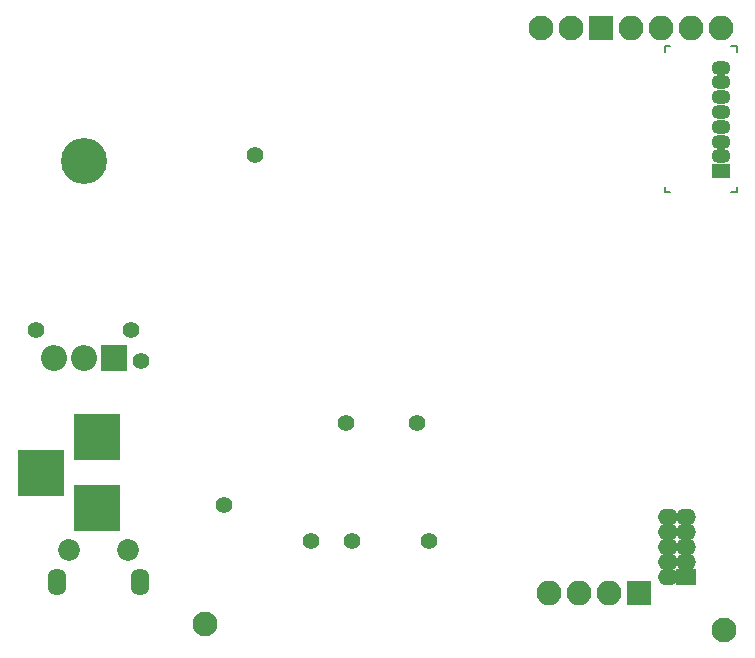
<source format=gbr>
G04 #@! TF.FileFunction,Soldermask,Bot*
%FSLAX46Y46*%
G04 Gerber Fmt 4.6, Leading zero omitted, Abs format (unit mm)*
G04 Created by KiCad (PCBNEW 4.0.7) date 2018 March 10, Saturday 13:23:40*
%MOMM*%
%LPD*%
G01*
G04 APERTURE LIST*
%ADD10C,0.100000*%
%ADD11C,0.150000*%
%ADD12R,1.700000X1.400000*%
%ADD13O,1.700000X1.400000*%
%ADD14R,3.900000X3.900000*%
%ADD15C,1.850000*%
%ADD16O,1.600000X2.300000*%
%ADD17R,1.600000X1.250000*%
%ADD18O,1.600000X1.250000*%
%ADD19R,2.100000X2.100000*%
%ADD20O,2.100000X2.100000*%
%ADD21C,1.400000*%
%ADD22C,2.100000*%
%ADD23O,3.900000X3.900000*%
%ADD24R,2.200000X2.200000*%
%ADD25O,2.200000X2.200000*%
G04 APERTURE END LIST*
D10*
D11*
X127050000Y-58500000D02*
X127050000Y-58950000D01*
X126600000Y-58950000D02*
X127050000Y-58950000D01*
X121400000Y-58950000D02*
X120950000Y-58950000D01*
X120950000Y-58500000D02*
X120950000Y-58950000D01*
X120950000Y-47050000D02*
X120950000Y-46600000D01*
X121400000Y-46600000D02*
X120950000Y-46600000D01*
X127050000Y-47050000D02*
X127050000Y-46600000D01*
X126600000Y-46600000D02*
X127050000Y-46600000D01*
D12*
X122785000Y-91540000D03*
D13*
X121215000Y-91540000D03*
X122785000Y-90270000D03*
X121215000Y-90270000D03*
X122785000Y-89000000D03*
X121215000Y-89000000D03*
X122785000Y-87730000D03*
X121215000Y-87730000D03*
X122785000Y-86460000D03*
X121215000Y-86460000D03*
D14*
X72850000Y-79700000D03*
X72850000Y-85700000D03*
X68150000Y-82700000D03*
D15*
X70500000Y-89250000D03*
X75500000Y-89250000D03*
D16*
X69500000Y-91950000D03*
X76500000Y-91950000D03*
D17*
X125700000Y-57150000D03*
D18*
X125700000Y-55900000D03*
X125700000Y-54650000D03*
X125700000Y-53400000D03*
X125700000Y-52150000D03*
X125700000Y-50900000D03*
X125700000Y-49650000D03*
X125700000Y-48400000D03*
D19*
X118810000Y-92900000D03*
D20*
X116270000Y-92900000D03*
X113730000Y-92900000D03*
X111190000Y-92900000D03*
D21*
X86250000Y-55750000D03*
D22*
X82000000Y-95500000D03*
D21*
X94500000Y-88500000D03*
D22*
X110490000Y-45000000D03*
X113030000Y-45000000D03*
D21*
X94000000Y-78500000D03*
X83600000Y-85400000D03*
X67700000Y-70600000D03*
X76600000Y-73200000D03*
X101000000Y-88500000D03*
X100000000Y-78500000D03*
X91000000Y-88500000D03*
X75800000Y-70600000D03*
D22*
X126000000Y-96000000D03*
D19*
X115570000Y-45000000D03*
D20*
X118110000Y-45000000D03*
X120650000Y-45000000D03*
X123190000Y-45000000D03*
X125730000Y-45000000D03*
D23*
X71800000Y-56300000D03*
D24*
X74340000Y-72960000D03*
D25*
X71800000Y-72960000D03*
X69260000Y-72960000D03*
M02*

</source>
